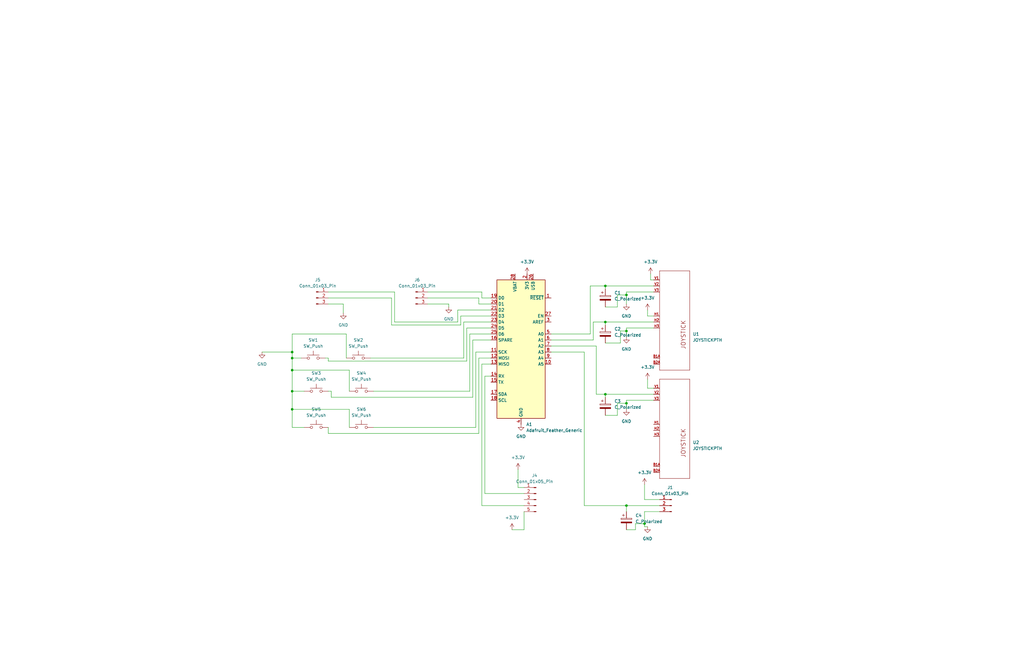
<source format=kicad_sch>
(kicad_sch (version 20230121) (generator eeschema)
  (paper "USLedger")
  (title_block (title "ROV controller") (date "2024-01-08") (rev "2") (company "KSM creations") (comment 1 "V2 of controller with better symbol libarys and onboard joystick"))
  (lib_symbols
    (symbol "Connector:Conn_01x03_Pin" (pin_names (offset 1.016) hide)
      (property "Reference" "J" (at 0 5.08 0))
      (property "Value" "Conn_01x03_Pin" (at 0 -5.08 0))
      (symbol "Conn_01x03_Pin_1_1"
        (polyline (pts (xy 1.27 -2.54) (xy 0.8636 -2.54)) (stroke (width 0.1524)))
        (polyline (pts (xy 1.27 0) (xy 0.8636 0)) (stroke (width 0.1524)))
        (polyline (pts (xy 1.27 2.54) (xy 0.8636 2.54)) (stroke (width 0.1524)))
        (rectangle (start 0.8636 -2.413) (end 0 -2.667) (stroke (width 0.1524)) (fill (type outline)))
        (rectangle (start 0.8636 0.127) (end 0 -0.127) (stroke (width 0.1524)) (fill (type outline)))
        (rectangle (start 0.8636 2.667) (end 0 2.413) (stroke (width 0.1524)) (fill (type outline)))
        (pin passive line (at 5.08 2.54 180) (length 3.81) (name "Pin_1") (number "1"))
        (pin passive line (at 5.08 0 180) (length 3.81) (name "Pin_2") (number "2"))
        (pin passive line (at 5.08 -2.54 180) (length 3.81) (name "Pin_3") (number "3"))
      )
    )
    (symbol "Connector:Conn_01x05_Pin" (pin_names (offset 1.016) hide)
      (property "Reference" "J" (at 0 7.62 0))
      (property "Value" "Conn_01x05_Pin" (at 0 -7.62 0))
      (symbol "Conn_01x05_Pin_1_1"
        (polyline (pts (xy 1.27 -5.08) (xy 0.8636 -5.08)) (stroke (width 0.1524)))
        (polyline (pts (xy 1.27 -2.54) (xy 0.8636 -2.54)) (stroke (width 0.1524)))
        (polyline (pts (xy 1.27 0) (xy 0.8636 0)) (stroke (width 0.1524)))
        (polyline (pts (xy 1.27 2.54) (xy 0.8636 2.54)) (stroke (width 0.1524)))
        (polyline (pts (xy 1.27 5.08) (xy 0.8636 5.08)) (stroke (width 0.1524)))
        (rectangle (start 0.8636 -4.953) (end 0 -5.207) (stroke (width 0.1524)) (fill (type outline)))
        (rectangle (start 0.8636 -2.413) (end 0 -2.667) (stroke (width 0.1524)) (fill (type outline)))
        (rectangle (start 0.8636 0.127) (end 0 -0.127) (stroke (width 0.1524)) (fill (type outline)))
        (rectangle (start 0.8636 2.667) (end 0 2.413) (stroke (width 0.1524)) (fill (type outline)))
        (rectangle (start 0.8636 5.207) (end 0 4.953) (stroke (width 0.1524)) (fill (type outline)))
        (pin passive line (at 5.08 5.08 180) (length 3.81) (name "Pin_1") (number "1"))
        (pin passive line (at 5.08 2.54 180) (length 3.81) (name "Pin_2") (number "2"))
        (pin passive line (at 5.08 0 180) (length 3.81) (name "Pin_3") (number "3"))
        (pin passive line (at 5.08 -2.54 180) (length 3.81) (name "Pin_4") (number "4"))
        (pin passive line (at 5.08 -5.08 180) (length 3.81) (name "Pin_5") (number "5"))
      )
    )
    (symbol "Device:C_Polarized" (pin_numbers hide) (pin_names (offset 0.254))
      (property "Reference" "C" (at 0.635 2.54 0))
      (property "Value" "C_Polarized" (at 0.635 -2.54 0))
      (symbol "C_Polarized_0_1"
        (rectangle (start -2.286 0.508) (end 2.286 1.016))
        (polyline (pts (xy -1.778 2.286) (xy -0.762 2.286)))
        (polyline (pts (xy -1.27 2.794) (xy -1.27 1.778)))
        (rectangle (start 2.286 -0.508) (end -2.286 -1.016) (fill (type outline)))
      )
      (symbol "C_Polarized_1_1"
        (pin passive line (at 0 3.81 270) (length 2.794) (name "~") (number "1"))
        (pin passive line (at 0 -3.81 90) (length 2.794) (name "~") (number "2"))
      )
    )
    (symbol "JOYSTICKPTH_1" (pin_names (offset 1.016) hide)
      (property "Reference" "U1" (at 6.35 0 0))
      (property "Value" "JOYSTICKPTH" (at 6.35 -2.54 0))
      (symbol "JOYSTICKPTH_1_1_0"
        (polyline (pts (xy -7.62 -15.24) (xy -7.62 26.67)))
        (polyline (pts (xy -7.62 26.67) (xy 5.08 26.67)))
        (polyline (pts (xy 5.08 -15.24) (xy -7.62 -15.24)))
        (polyline (pts (xy 5.08 26.67) (xy 5.08 -15.24)))
        (text "JOYSTICK" (at 2.413 -0.254 900) (effects (font (size 1.778 1.778))))
      )
      (symbol "JOYSTICKPTH_1_1_1"
        (pin bidirectional line (at -10.16 -10.16 0) (length 2.54) (name "SEL+") (number "B1A"))
        (pin bidirectional line (at -10.16 -12.7 0) (length 2.54) (name "SEL-") (number "B2A"))
        (pin bidirectional line (at -10.16 7.62 0) (length 2.54) (name "H+") (number "H1"))
        (pin bidirectional line (at -10.16 5.08 0) (length 2.54) (name "H") (number "H2"))
        (pin bidirectional line (at -10.16 2.54 0) (length 2.54) (name "H-") (number "H3"))
        (pin bidirectional line (at -10.16 22.86 0) (length 2.54) (name "V+") (number "V1"))
        (pin bidirectional line (at -10.16 20.32 0) (length 2.54) (name "V") (number "V2"))
        (pin bidirectional line (at -10.16 17.78 0) (length 2.54) (name "V-") (number "V3"))
      )
    )
    (symbol "MCU_Module:Adafruit_Feather_Generic"
      (property "Reference" "A" (at -10.16 29.21 0))
      (property "Value" "Adafruit_Feather_Generic" (at 2.54 -31.75 0))
      (symbol "Adafruit_Feather_Generic_0_1"
        (rectangle (start -10.16 27.94) (end 10.16 -30.48) (stroke (width 0.254)) (fill (type background)))
      )
      (symbol "Adafruit_Feather_Generic_1_1"
        (pin input line (at 12.7 20.32 180) (length 2.54) (name "~{RESET}") (number "1"))
        (pin bidirectional line (at 12.7 -7.62 180) (length 2.54) (name "A5") (number "10"))
        (pin bidirectional line (at -12.7 -2.54 0) (length 2.54) (name "SCK") (number "11"))
        (pin bidirectional line (at -12.7 -5.08 0) (length 2.54) (name "MOSI") (number "12"))
        (pin bidirectional line (at -12.7 -7.62 0) (length 2.54) (name "MISO") (number "13"))
        (pin bidirectional line (at -12.7 -12.7 0) (length 2.54) (name "RX") (number "14"))
        (pin bidirectional line (at -12.7 -15.24 0) (length 2.54) (name "TX") (number "15"))
        (pin bidirectional line (at -12.7 2.54 0) (length 2.54) (name "SPARE") (number "16"))
        (pin bidirectional line (at -12.7 -20.32 0) (length 2.54) (name "SDA") (number "17"))
        (pin bidirectional line (at -12.7 -22.86 0) (length 2.54) (name "SCL") (number "18"))
        (pin bidirectional line (at -12.7 20.32 0) (length 2.54) (name "D0") (number "19"))
        (pin power_in line (at 2.54 30.48 270) (length 2.54) (name "3V3") (number "2"))
        (pin bidirectional line (at -12.7 17.78 0) (length 2.54) (name "D1") (number "20"))
        (pin bidirectional line (at -12.7 15.24 0) (length 2.54) (name "D2") (number "21"))
        (pin bidirectional line (at -12.7 12.7 0) (length 2.54) (name "D3") (number "22"))
        (pin bidirectional line (at -12.7 10.16 0) (length 2.54) (name "D4") (number "23"))
        (pin bidirectional line (at -12.7 7.62 0) (length 2.54) (name "D5") (number "24"))
        (pin bidirectional line (at -12.7 5.08 0) (length 2.54) (name "D6") (number "25"))
        (pin power_in line (at 5.08 30.48 270) (length 2.54) (name "USB") (number "26"))
        (pin input line (at 12.7 12.7 180) (length 2.54) (name "EN") (number "27"))
        (pin power_in line (at -2.54 30.48 270) (length 2.54) (name "VBAT") (number "28"))
        (pin input line (at 12.7 10.16 180) (length 2.54) (name "AREF") (number "3"))
        (pin power_in line (at 0 -33.02 90) (length 2.54) (name "GND") (number "4"))
        (pin bidirectional line (at 12.7 5.08 180) (length 2.54) (name "A0") (number "5"))
        (pin bidirectional line (at 12.7 2.54 180) (length 2.54) (name "A1") (number "6"))
        (pin bidirectional line (at 12.7 0 180) (length 2.54) (name "A2") (number "7"))
        (pin bidirectional line (at 12.7 -2.54 180) (length 2.54) (name "A3") (number "8"))
        (pin bidirectional line (at 12.7 -5.08 180) (length 2.54) (name "A4") (number "9"))
      )
    )
    (symbol "Switch:SW_Push" (pin_numbers hide) (pin_names (offset 1.016) hide)
      (property "Reference" "SW" (at 1.27 2.54 0))
      (property "Value" "SW_Push" (at 0 -1.524 0))
      (symbol "SW_Push_0_1"
        (circle (center -2.032 0) (radius 0.508))
        (polyline (pts (xy 0 1.27) (xy 0 3.048)))
        (polyline (pts (xy 2.54 1.27) (xy -2.54 1.27)))
        (circle (center 2.032 0) (radius 0.508))
        (pin passive line (at -5.08 0 0) (length 2.54) (name "1") (number "1"))
        (pin passive line (at 5.08 0 180) (length 2.54) (name "2") (number "2"))
      )
    )
    (symbol "power:+3.3V" (power) (pin_names (offset 0))
      (property "Value" "+3.3V" (at 0 3.556 0))
      (symbol "+3.3V_0_1"
        (polyline (pts (xy -0.762 1.27) (xy 0 2.54)))
        (polyline (pts (xy 0 0) (xy 0 2.54)))
        (polyline (pts (xy 0 2.54) (xy 0.762 1.27)))
      )
      (symbol "+3.3V_1_1"
        (pin power_in line (at 0 0 90) (length 0) hide (name "+3.3V") (number "1"))
      )
    )
    (symbol "power:GND" (power) (pin_names (offset 0))
      (property "Value" "GND" (at 0 -3.81 0))
      (symbol "GND_0_1"
        (polyline (pts (xy 0 0) (xy 0 -1.27) (xy 1.27 -1.27) (xy 0 -2.54) (xy -1.27 -1.27) (xy 0 -1.27)))
      )
      (symbol "GND_1_1"
        (pin power_in line (at 0 0 270) (length 0) hide (name "GND") (number "1"))
      )
    )
  )
  (junction (at 264.16 170.18))
  (junction (at 123.19 156.21))
  (junction (at 271.78 220.98))
  (junction (at 255.27 166.37))
  (junction (at 123.19 151.13))
  (junction (at 264.16 139.7))
  (junction (at 264.16 124.46))
  (junction (at 255.27 120.65))
  (junction (at 264.16 213.36))
  (junction (at 255.27 135.89))
  (junction (at 123.19 165.1))
  (junction (at 123.19 148.59))
  (junction (at 123.19 172.72))
  (wire (pts (xy 128.27 165.1) (xy 123.19 165.1)))
  (wire (pts (xy 138.43 165.1) (xy 139.7 165.1)))
  (wire (pts (xy 156.21 151.13) (xy 195.58 151.13)))
  (wire (pts (xy 271.78 220.98) (xy 271.78 222.25)))
  (wire (pts (xy 232.41 143.51) (xy 250.19 143.51)))
  (wire (pts (xy 200.66 148.59) (xy 207.01 148.59)))
  (wire (pts (xy 203.2 153.67) (xy 207.01 153.67)))
  (wire (pts (xy 271.78 222.25) (xy 273.05 222.25)))
  (wire (pts (xy 264.16 223.52) (xy 267.97 223.52)))
  (wire (pts (xy 260.35 124.46) (xy 264.16 124.46)))
  (wire (pts (xy 255.27 120.65) (xy 255.27 121.92)))
  (wire (pts (xy 198.12 140.97) (xy 207.01 140.97)))
  (wire (pts (xy 180.34 125.73) (xy 201.93 125.73)))
  (wire (pts (xy 261.62 144.78) (xy 261.62 139.7)))
  (wire (pts (xy 273.05 130.81) (xy 273.05 133.35)))
  (wire (pts (xy 201.93 151.13) (xy 201.93 182.88)))
  (wire (pts (xy 180.34 123.19) (xy 203.2 123.19)))
  (wire (pts (xy 123.19 156.21) (xy 123.19 165.1)))
  (wire (pts (xy 203.2 125.73) (xy 207.01 125.73)))
  (wire (pts (xy 220.98 223.52) (xy 220.98 215.9)))
  (wire (pts (xy 215.9 223.52) (xy 220.98 223.52)))
  (wire (pts (xy 193.04 135.89) (xy 193.04 130.81)))
  (wire (pts (xy 180.34 128.27) (xy 189.23 128.27)))
  (wire (pts (xy 248.92 120.65) (xy 255.27 120.65)))
  (wire (pts (xy 218.44 205.74) (xy 218.44 198.12)))
  (wire (pts (xy 275.59 138.43) (xy 264.16 138.43)))
  (wire (pts (xy 123.19 165.1) (xy 123.19 172.72)))
  (wire (pts (xy 251.46 166.37) (xy 251.46 146.05)))
  (wire (pts (xy 264.16 123.19) (xy 264.16 124.46)))
  (wire (pts (xy 199.39 167.64) (xy 199.39 143.51)))
  (wire (pts (xy 264.16 170.18) (xy 264.16 172.72)))
  (wire (pts (xy 248.92 120.65) (xy 248.92 140.97)))
  (wire (pts (xy 123.19 140.97) (xy 123.19 148.59)))
  (wire (pts (xy 260.35 175.26) (xy 260.35 170.18)))
  (wire (pts (xy 201.93 151.13) (xy 207.01 151.13)))
  (wire (pts (xy 220.98 213.36) (xy 203.2 213.36)))
  (wire (pts (xy 195.58 135.89) (xy 207.01 135.89)))
  (wire (pts (xy 264.16 213.36) (xy 246.38 213.36)))
  (wire (pts (xy 110.49 148.59) (xy 123.19 148.59)))
  (wire (pts (xy 196.85 138.43) (xy 207.01 138.43)))
  (wire (pts (xy 139.7 167.64) (xy 199.39 167.64)))
  (wire (pts (xy 260.35 129.54) (xy 260.35 124.46)))
  (wire (pts (xy 264.16 168.91) (xy 264.16 170.18)))
  (wire (pts (xy 255.27 135.89) (xy 255.27 137.16)))
  (wire (pts (xy 201.93 128.27) (xy 207.01 128.27)))
  (wire (pts (xy 165.1 137.16) (xy 194.31 137.16)))
  (wire (pts (xy 255.27 144.78) (xy 261.62 144.78)))
  (wire (pts (xy 146.05 140.97) (xy 123.19 140.97)))
  (wire (pts (xy 196.85 152.4) (xy 196.85 138.43)))
  (wire (pts (xy 123.19 151.13) (xy 127 151.13)))
  (wire (pts (xy 264.16 138.43) (xy 264.16 139.7)))
  (wire (pts (xy 255.27 166.37) (xy 251.46 166.37)))
  (wire (pts (xy 273.05 163.83) (xy 275.59 163.83)))
  (wire (pts (xy 278.13 213.36) (xy 264.16 213.36)))
  (wire (pts (xy 147.32 180.34) (xy 147.32 172.72)))
  (wire (pts (xy 274.32 115.57) (xy 274.32 118.11)))
  (wire (pts (xy 250.19 135.89) (xy 255.27 135.89)))
  (wire (pts (xy 246.38 148.59) (xy 232.41 148.59)))
  (wire (pts (xy 261.62 139.7) (xy 264.16 139.7)))
  (wire (pts (xy 195.58 151.13) (xy 195.58 135.89)))
  (wire (pts (xy 267.97 223.52) (xy 267.97 220.98)))
  (wire (pts (xy 189.23 128.27) (xy 189.23 129.54)))
  (wire (pts (xy 264.16 213.36) (xy 264.16 215.9)))
  (wire (pts (xy 138.43 182.88) (xy 201.93 182.88)))
  (wire (pts (xy 194.31 137.16) (xy 194.31 133.35)))
  (wire (pts (xy 166.37 135.89) (xy 193.04 135.89)))
  (wire (pts (xy 144.78 128.27) (xy 144.78 132.08)))
  (wire (pts (xy 278.13 215.9) (xy 271.78 215.9)))
  (wire (pts (xy 271.78 204.47) (xy 271.78 210.82)))
  (wire (pts (xy 123.19 148.59) (xy 123.19 151.13)))
  (wire (pts (xy 275.59 123.19) (xy 264.16 123.19)))
  (wire (pts (xy 264.16 139.7) (xy 264.16 142.24)))
  (wire (pts (xy 248.92 140.97) (xy 232.41 140.97)))
  (wire (pts (xy 138.43 128.27) (xy 144.78 128.27)))
  (wire (pts (xy 147.32 165.1) (xy 147.32 156.21)))
  (wire (pts (xy 255.27 135.89) (xy 275.59 135.89)))
  (wire (pts (xy 255.27 129.54) (xy 260.35 129.54)))
  (wire (pts (xy 138.43 180.34) (xy 138.43 182.88)))
  (wire (pts (xy 273.05 160.02) (xy 273.05 163.83)))
  (wire (pts (xy 200.66 148.59) (xy 200.66 180.34)))
  (wire (pts (xy 123.19 151.13) (xy 123.19 156.21)))
  (wire (pts (xy 255.27 175.26) (xy 260.35 175.26)))
  (wire (pts (xy 194.31 133.35) (xy 207.01 133.35)))
  (wire (pts (xy 166.37 123.19) (xy 166.37 135.89)))
  (wire (pts (xy 137.16 151.13) (xy 138.43 151.13)))
  (wire (pts (xy 198.12 165.1) (xy 198.12 140.97)))
  (wire (pts (xy 123.19 172.72) (xy 123.19 180.34)))
  (wire (pts (xy 273.05 133.35) (xy 275.59 133.35)))
  (wire (pts (xy 203.2 213.36) (xy 203.2 153.67)))
  (wire (pts (xy 138.43 152.4) (xy 196.85 152.4)))
  (wire (pts (xy 274.32 118.11) (xy 275.59 118.11)))
  (wire (pts (xy 157.48 180.34) (xy 200.66 180.34)))
  (wire (pts (xy 123.19 180.34) (xy 128.27 180.34)))
  (wire (pts (xy 139.7 165.1) (xy 139.7 167.64)))
  (wire (pts (xy 157.48 165.1) (xy 198.12 165.1)))
  (wire (pts (xy 271.78 215.9) (xy 271.78 220.98)))
  (wire (pts (xy 250.19 143.51) (xy 250.19 135.89)))
  (wire (pts (xy 201.93 125.73) (xy 201.93 128.27)))
  (wire (pts (xy 138.43 123.19) (xy 166.37 123.19)))
  (wire (pts (xy 147.32 172.72) (xy 123.19 172.72)))
  (wire (pts (xy 275.59 168.91) (xy 264.16 168.91)))
  (wire (pts (xy 255.27 120.65) (xy 275.59 120.65)))
  (wire (pts (xy 255.27 166.37) (xy 255.27 167.64)))
  (wire (pts (xy 138.43 151.13) (xy 138.43 152.4)))
  (wire (pts (xy 204.47 158.75) (xy 207.01 158.75)))
  (wire (pts (xy 275.59 166.37) (xy 255.27 166.37)))
  (wire (pts (xy 165.1 125.73) (xy 165.1 137.16)))
  (wire (pts (xy 138.43 125.73) (xy 165.1 125.73)))
  (wire (pts (xy 220.98 205.74) (xy 218.44 205.74)))
  (wire (pts (xy 260.35 170.18) (xy 264.16 170.18)))
  (wire (pts (xy 278.13 210.82) (xy 271.78 210.82)))
  (wire (pts (xy 147.32 156.21) (xy 123.19 156.21)))
  (wire (pts (xy 193.04 130.81) (xy 207.01 130.81)))
  (wire (pts (xy 220.98 208.28) (xy 204.47 208.28)))
  (wire (pts (xy 267.97 220.98) (xy 271.78 220.98)))
  (wire (pts (xy 203.2 123.19) (xy 203.2 125.73)))
  (wire (pts (xy 264.16 124.46) (xy 264.16 128.27)))
  (wire (pts (xy 246.38 213.36) (xy 246.38 148.59)))
  (wire (pts (xy 199.39 143.51) (xy 207.01 143.51)))
  (wire (pts (xy 251.46 146.05) (xy 232.41 146.05)))
  (wire (pts (xy 204.47 208.28) (xy 204.47 158.75)))
  (wire (pts (xy 146.05 151.13) (xy 146.05 140.97)))
  (symbol (lib_id "Switch:SW_Push") (at 152.4 165.1 0) (unit 1)
    (property "Reference" "SW4" (at 152.4 157.48 0))
    (property "Value" "SW_Push" (at 152.4 160.02 0))
    (property "Footprint" "Button_Switch_THT:SW_PUSH_6mm_H5mm" (effects hide))
  )
  (symbol (lib_id "power:GND") (at 264.16 142.24 0) (unit 1)
    (property "Reference" "#PWR011" (effects hide))
    (property "Value" "GND" (at 264.16 147.32 0))
  )
  (symbol (lib_id "Connector:Conn_01x05_Pin") (at 226.06 210.82 0) (mirror y) (unit 1)
    (property "Reference" "J4" (at 225.425 200.66 0))
    (property "Value" "Conn_01x05_Pin" (at 225.425 203.2 0))
    (property "Footprint" "Connector_PinHeader_2.54mm:PinHeader_1x05_P2.54mm_Vertical" (effects hide))
  )
  (symbol (lib_id "Device:C_Polarized") (at 255.27 125.73 0) (unit 1)
    (property "Reference" "C1" (at 259.08 123.571 0) (effects (justify left)))
    (property "Value" "C_Polarized" (at 259.08 126.111 0) (effects (justify left)))
    (property "Footprint" "Capacitor_THT:CP_Radial_D5.0mm_P2.00mm" (effects hide))
  )
  (symbol (lib_id "Switch:SW_Push") (at 151.13 151.13 0) (unit 1)
    (property "Reference" "SW2" (at 151.13 143.51 0))
    (property "Value" "SW_Push" (at 151.13 146.05 0))
    (property "Footprint" "Button_Switch_THT:SW_PUSH_6mm_H5mm" (effects hide))
  )
  (symbol (lib_id "Switch:SW_Push") (at 133.35 165.1 0) (unit 1)
    (property "Reference" "SW3" (at 133.35 157.48 0))
    (property "Value" "SW_Push" (at 133.35 160.02 0))
    (property "Footprint" "Button_Switch_THT:SW_PUSH_6mm_H5mm" (effects hide))
  )
  (symbol (lib_id "power:+3.3V") (at 222.25 115.57 0) (unit 1)
    (property "Reference" "#PWR01" (effects hide))
    (property "Value" "+3.3V" (at 222.25 110.49 0))
  )
  (symbol (lib_id "power:GND") (at 273.05 222.25 0) (unit 1)
    (property "Reference" "#PWR06" (effects hide))
    (property "Value" "GND" (at 273.05 227.33 0))
  )
  (symbol (lib_id "Switch:SW_Push") (at 133.35 180.34 0) (unit 1)
    (property "Reference" "SW5" (at 133.35 172.72 0))
    (property "Value" "SW_Push" (at 133.35 175.26 0))
    (property "Footprint" "Button_Switch_THT:SW_PUSH_6mm_H5mm" (effects hide))
  )
  (symbol (lib_id "power:GND") (at 110.49 148.59 0) (unit 1)
    (property "Reference" "#PWR08" (effects hide))
    (property "Value" "GND" (at 110.49 153.67 0))
  )
  (symbol (lib_id "power:GND") (at 144.78 132.08 0) (unit 1)
    (property "Reference" "#PWR010" (effects hide))
    (property "Value" "GND" (at 144.78 137.16 0))
  )
  (symbol (lib_id "Switch:SW_Push") (at 132.08 151.13 0) (unit 1)
    (property "Reference" "SW1" (at 132.08 143.51 0))
    (property "Value" "SW_Push" (at 132.08 146.05 0))
    (property "Footprint" "Button_Switch_THT:SW_PUSH_6mm_H5mm" (effects hide))
  )
  (symbol (lib_id "power:+3.3V") (at 273.05 130.81 0) (unit 1)
    (property "Reference" "#PWR05" (effects hide))
    (property "Value" "+3.3V" (at 273.05 125.73 0))
  )
  (symbol (lib_id "power:GND") (at 264.16 172.72 0) (unit 1)
    (property "Reference" "#PWR012" (effects hide))
    (property "Value" "GND" (at 264.16 177.8 0))
  )
  (symbol (lib_id "Device:C_Polarized") (at 264.16 219.71 0) (unit 1)
    (property "Reference" "C4" (at 267.97 217.551 0) (effects (justify left)))
    (property "Value" "C_Polarized" (at 267.97 220.091 0) (effects (justify left)))
    (property "Footprint" "Capacitor_THT:CP_Radial_D5.0mm_P2.00mm" (effects hide))
  )
  (symbol (lib_id "power:+3.3V") (at 274.32 115.57 0) (unit 1)
    (property "Reference" "#PWR04" (effects hide))
    (property "Value" "+3.3V" (at 274.32 110.49 0))
  )
  (symbol (lib_name "JOYSTICKPTH_1") (lib_id "SparkFun-Electromechanical:JOYSTICKPTH") (at 285.75 186.69 0) (unit 1)
    (property "Reference" "U2" (at 292.1 186.69 0) (effects (justify left)))
    (property "Value" "JOYSTICKPTH" (at 292.1 189.23 0) (effects (justify left)))
    (property "Footprint" "SparkFun-Electromechanical:XDCR_COM-09032" (effects hide))
  )
  (symbol (lib_id "MCU_Module:Adafruit_Feather_Generic") (at 219.71 146.05 0) (unit 1)
    (property "Reference" "A1" (at 221.9041 179.07 0) (effects (justify left)))
    (property "Value" "Adafruit_Feather_Generic" (at 221.9041 181.61 0) (effects (justify left)))
    (property "Footprint" "Module:Adafruit_Feather" (effects hide))
    (property "Datasheet" "https://cdn-learn.adafruit.com/downloads/pdf/adafruit-feather.pdf" (effects hide))
  )
  (symbol (lib_id "Connector:Conn_01x03_Pin") (at 175.26 125.73 0) (unit 1)
    (property "Reference" "J6" (at 175.895 118.11 0))
    (property "Value" "Conn_01x03_Pin" (at 175.895 120.65 0))
    (property "Footprint" "Connector_PinHeader_2.54mm:PinHeader_1x03_P2.54mm_Vertical" (effects hide))
  )
  (symbol (lib_id "Switch:SW_Push") (at 152.4 180.34 0) (unit 1)
    (property "Reference" "SW6" (at 152.4 172.72 0))
    (property "Value" "SW_Push" (at 152.4 175.26 0))
    (property "Footprint" "Button_Switch_THT:SW_PUSH_6mm_H5mm" (effects hide))
  )
  (symbol (lib_id "power:+3.3V") (at 218.44 198.12 0) (unit 1)
    (property "Reference" "#PWR014" (effects hide))
    (property "Value" "+3.3V" (at 218.44 193.04 0))
  )
  (symbol (lib_id "power:GND") (at 189.23 129.54 0) (unit 1)
    (property "Reference" "#PWR013" (effects hide))
    (property "Value" "GND" (at 189.23 134.62 0))
  )
  (symbol (lib_name "JOYSTICKPTH_1") (lib_id "SparkFun-Electromechanical:JOYSTICKPTH") (at 285.75 140.97 0) (unit 1)
    (property "Reference" "U1" (at 292.1 140.97 0) (effects (justify left)))
    (property "Value" "JOYSTICKPTH" (at 292.1 143.51 0) (effects (justify left)))
    (property "Footprint" "SparkFun-Electromechanical:XDCR_COM-09032" (effects hide))
  )
  (symbol (lib_id "power:GND") (at 219.71 179.07 0) (unit 1)
    (property "Reference" "#PWR02" (effects hide))
    (property "Value" "GND" (at 219.71 184.15 0))
  )
  (symbol (lib_id "Connector:Conn_01x03_Pin") (at 283.21 213.36 0) (mirror y) (unit 1)
    (property "Reference" "J1" (at 282.575 205.74 0))
    (property "Value" "Conn_01x03_Pin" (at 282.575 208.28 0))
    (property "Footprint" "Connector_PinHeader_2.54mm:PinHeader_1x03_P2.54mm_Vertical" (effects hide))
  )
  (symbol (lib_id "Device:C_Polarized") (at 255.27 171.45 0) (unit 1)
    (property "Reference" "C3" (at 259.08 169.291 0) (effects (justify left)))
    (property "Value" "C_Polarized" (at 259.08 171.831 0) (effects (justify left)))
    (property "Footprint" "Capacitor_THT:CP_Radial_D5.0mm_P2.00mm" (effects hide))
  )
  (symbol (lib_id "power:+3.3V") (at 271.78 204.47 0) (unit 1)
    (property "Reference" "#PWR07" (effects hide))
    (property "Value" "+3.3V" (at 271.78 199.39 0))
  )
  (symbol (lib_id "power:+3.3V") (at 273.05 160.02 0) (unit 1)
    (property "Reference" "#PWR09" (effects hide))
    (property "Value" "+3.3V" (at 273.05 154.94 0))
  )
  (symbol (lib_id "power:+3.3V") (at 215.9 223.52 0) (unit 1)
    (property "Reference" "#PWR015" (effects hide))
    (property "Value" "+3.3V" (at 215.9 218.44 0))
  )
  (symbol (lib_id "power:GND") (at 264.16 128.27 0) (unit 1)
    (property "Reference" "#PWR03" (effects hide))
    (property "Value" "GND" (at 264.16 133.35 0))
  )
  (symbol (lib_id "Device:C_Polarized") (at 255.27 140.97 0) (unit 1)
    (property "Reference" "C2" (at 259.08 138.811 0) (effects (justify left)))
    (property "Value" "C_Polarized" (at 259.08 141.351 0) (effects (justify left)))
    (property "Footprint" "Capacitor_THT:CP_Radial_D5.0mm_P2.00mm" (effects hide))
  )
  (symbol (lib_id "Connector:Conn_01x03_Pin") (at 133.35 125.73 0) (unit 1)
    (property "Reference" "J5" (at 133.985 118.11 0))
    (property "Value" "Conn_01x03_Pin" (at 133.985 120.65 0))
    (property "Footprint" "Connector_PinHeader_2.54mm:PinHeader_1x03_P2.54mm_Vertical" (effects hide))
  )
)
</source>
